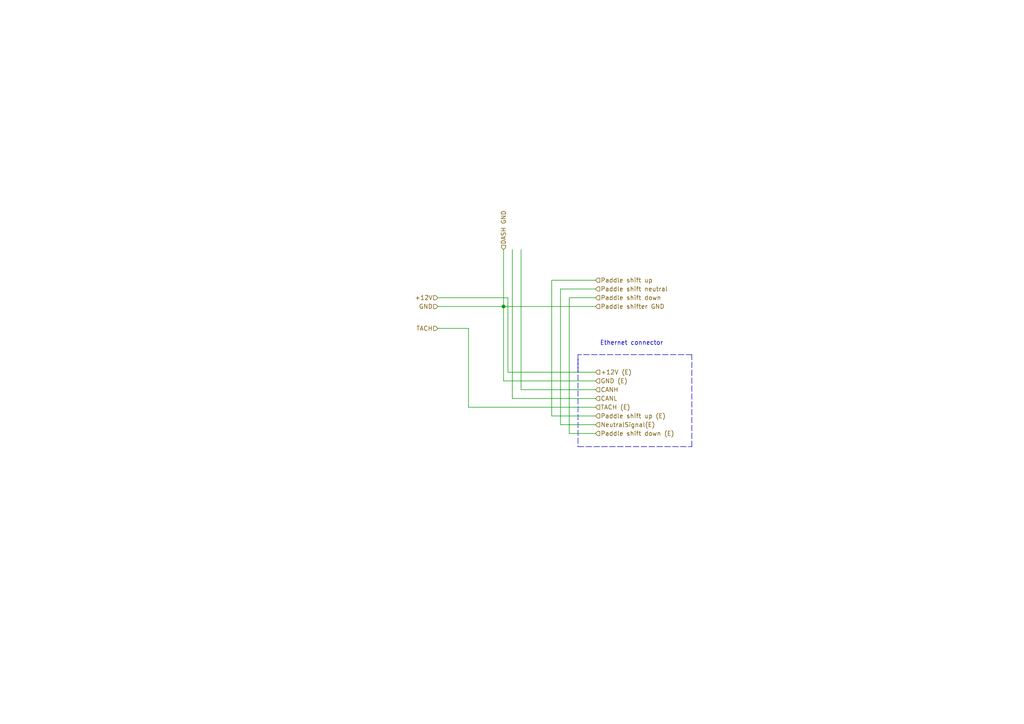
<source format=kicad_sch>
(kicad_sch (version 20211123) (generator eeschema)
  (paper "A4")
  (lib_symbols)
  (junction (at 146.05 88.9))
  (wire (pts (xy 146.05 88.9) (xy 146.05 110.49)))
  (wire (pts (xy 146.05 88.9) (xy 146.05 72.39)))
  (wire (pts (xy 172.72 110.49) (xy 146.05 110.49)))
  (wire (pts (xy 147.32 86.36) (xy 147.32 107.95)))
  (wire (pts (xy 160.02 81.28) (xy 172.72 81.28)))
  (wire (pts (xy 135.89 118.11) (xy 172.72 118.11)))
  (polyline (pts (xy 167.64 129.54) (xy 200.66 129.54)))
  (wire (pts (xy 147.32 107.95) (xy 172.72 107.95)))
  (wire (pts (xy 165.1 125.73) (xy 172.72 125.73)))
  (wire (pts (xy 127 95.25) (xy 135.89 95.25)))
  (wire (pts (xy 172.72 83.82) (xy 162.56 83.82)))
  (wire (pts (xy 127 88.9) (xy 146.05 88.9)))
  (wire (pts (xy 172.72 86.36) (xy 165.1 86.36)))
  (wire (pts (xy 148.59 115.57) (xy 172.72 115.57)))
  (polyline (pts (xy 200.66 129.54) (xy 200.66 102.87)))
  (wire (pts (xy 165.1 86.36) (xy 165.1 125.73)))
  (wire (pts (xy 146.05 88.9) (xy 172.72 88.9)))
  (wire (pts (xy 135.89 95.25) (xy 135.89 118.11)))
  (wire (pts (xy 162.56 123.19) (xy 172.72 123.19)))
  (wire (pts (xy 127 86.36) (xy 147.32 86.36)))
  (wire (pts (xy 162.56 83.82) (xy 162.56 123.19)))
  (polyline (pts (xy 167.64 104.14) (xy 167.64 129.54)))
  (wire (pts (xy 151.13 113.03) (xy 172.72 113.03)))
  (wire (pts (xy 160.02 81.28) (xy 160.02 120.65)))
  (polyline (pts (xy 167.64 102.87) (xy 167.64 107.95)))
  (polyline (pts (xy 200.66 102.87) (xy 167.64 102.87)))
  (wire (pts (xy 160.02 120.65) (xy 172.72 120.65)))
  (wire (pts (xy 148.59 72.39) (xy 148.59 115.57)))
  (wire (pts (xy 151.13 72.39) (xy 151.13 113.03)))
  (text "Ethernet connector\n" (at 173.99 100.33 0) (effects (font (size 1.27 1.27)) (justify left bottom)))
  (hierarchical_label "GND (E)" (shape input) (at 172.72 110.49 0))
  (hierarchical_label "Paddle shift down (E)" (shape input) (at 172.72 125.73 0))
  (hierarchical_label "+12V (E)" (shape input) (at 172.72 107.95 0))
  (hierarchical_label "Paddle shift up" (shape input) (at 172.72 81.28 0))
  (hierarchical_label "CANL" (shape input) (at 172.72 115.57 0))
  (hierarchical_label "TACH" (shape input) (at 127 95.25 180))
  (hierarchical_label "Paddle shifter GND" (shape input) (at 172.72 88.9 0))
  (hierarchical_label "+12V" (shape input) (at 127 86.36 180))
  (hierarchical_label "Paddle shift down" (shape input) (at 172.72 86.36 0))
  (hierarchical_label "NeutralSignal(E)" (shape input) (at 172.72 123.19 0))
  (hierarchical_label "GND" (shape input) (at 127 88.9 180))
  (hierarchical_label "TACH (E)" (shape input) (at 172.72 118.11 0))
  (hierarchical_label "Paddle shift neutral" (shape input) (at 172.72 83.82 0))
  (hierarchical_label "CANH" (shape input) (at 172.72 113.03 0))
  (hierarchical_label "Paddle shift up (E)" (shape input) (at 172.72 120.65 0))
  (hierarchical_label "DASH GND" (shape input) (at 146.05 72.39 90))
)
</source>
